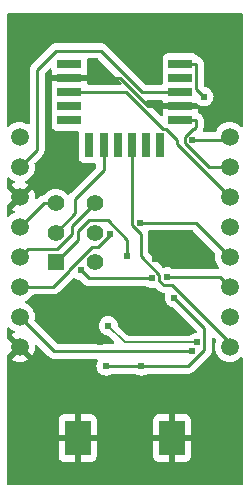
<source format=gbl>
G04 #@! TF.GenerationSoftware,KiCad,Pcbnew,(6.0.7-1)-1*
G04 #@! TF.CreationDate,2022-09-24T13:58:25+09:00*
G04 #@! TF.ProjectId,EB-BM71,45422d42-4d37-4312-9e6b-696361645f70,V1.0*
G04 #@! TF.SameCoordinates,Original*
G04 #@! TF.FileFunction,Copper,L2,Bot*
G04 #@! TF.FilePolarity,Positive*
%FSLAX46Y46*%
G04 Gerber Fmt 4.6, Leading zero omitted, Abs format (unit mm)*
G04 Created by KiCad (PCBNEW (6.0.7-1)-1) date 2022-09-24 13:58:25*
%MOMM*%
%LPD*%
G01*
G04 APERTURE LIST*
G04 #@! TA.AperFunction,ComponentPad*
%ADD10C,1.500000*%
G04 #@! TD*
G04 #@! TA.AperFunction,ComponentPad*
%ADD11R,2.200000X3.000000*%
G04 #@! TD*
G04 #@! TA.AperFunction,ComponentPad*
%ADD12R,2.000000X0.800000*%
G04 #@! TD*
G04 #@! TA.AperFunction,ComponentPad*
%ADD13R,0.800000X2.000000*%
G04 #@! TD*
G04 #@! TA.AperFunction,ComponentPad*
%ADD14R,1.400000X1.400000*%
G04 #@! TD*
G04 #@! TA.AperFunction,ComponentPad*
%ADD15C,1.400000*%
G04 #@! TD*
G04 #@! TA.AperFunction,ViaPad*
%ADD16C,0.609600*%
G04 #@! TD*
G04 #@! TA.AperFunction,Conductor*
%ADD17C,0.254000*%
G04 #@! TD*
G04 #@! TA.AperFunction,Conductor*
%ADD18C,0.152400*%
G04 #@! TD*
G04 APERTURE END LIST*
D10*
X8890000Y0D03*
X8890000Y-2540000D03*
X8890000Y-5080000D03*
X8890000Y-7620000D03*
X8890000Y-10160000D03*
X8890000Y-12700000D03*
X8890000Y-15240000D03*
X8890000Y-17780000D03*
D11*
X4000000Y-25500000D03*
X-4000000Y-25500000D03*
D12*
X-4700000Y6200000D03*
X-4700000Y5000000D03*
X-4700000Y3800000D03*
X-4700000Y2600000D03*
X-4700000Y1400000D03*
D13*
X-3000000Y-700000D03*
X-1800000Y-700000D03*
X-600000Y-700000D03*
X600000Y-700000D03*
X1800000Y-700000D03*
X3000000Y-700000D03*
D12*
X4700000Y1400000D03*
X4700000Y2600000D03*
X4700000Y3800000D03*
X4700000Y5000000D03*
X4700000Y6200000D03*
D10*
X-8890000Y0D03*
X-8890000Y-2540000D03*
X-8890000Y-5080000D03*
X-8890000Y-7620000D03*
X-8890000Y-10160000D03*
X-8890000Y-12700000D03*
X-8890000Y-15240000D03*
X-8890000Y-17780000D03*
D14*
X-5850000Y-10600000D03*
D15*
X-5850000Y-8100000D03*
X-5850000Y-5600000D03*
X-2550000Y-10600000D03*
X-2550000Y-8100000D03*
X-2550000Y-5600000D03*
D16*
X4185900Y-13630600D03*
X-1600000Y-19400000D03*
X1400000Y-19400000D03*
X-8000000Y-22000000D03*
X-2130500Y-17330500D03*
X-8000000Y-25000000D03*
X8000000Y9000000D03*
X-3400000Y-14100000D03*
X8000000Y-22000000D03*
X-8000000Y9000000D03*
X-9000000Y4000000D03*
X8000000Y-28000000D03*
X8000000Y-25000000D03*
X-6000000Y-14000000D03*
X2527500Y-10368200D03*
X1650900Y-13400900D03*
X6207300Y-9900400D03*
X-8000000Y-28000000D03*
X-1289000Y-8201500D03*
X6686200Y3397900D03*
X5690200Y-18160800D03*
X5723000Y-253000D03*
X1273700Y-7260300D03*
X-3753500Y-11281400D03*
X2289800Y-11976000D03*
X3560500Y-11829600D03*
X169400Y-10079200D03*
X-1400000Y-16000000D03*
X6100000Y-17400000D03*
D17*
X6741100Y-18035300D02*
X5376400Y-19400000D01*
X4185900Y-13630600D02*
X6741100Y-16185800D01*
X5376400Y-19400000D02*
X1400000Y-19400000D01*
X6741100Y-16185800D02*
X6741100Y-18035300D01*
X-1600000Y-19400000D02*
X1400000Y-19400000D01*
X4700000Y2600000D02*
X1958900Y2600000D01*
X-441100Y5000000D02*
X-4700000Y5000000D01*
X2995300Y-9900400D02*
X6207300Y-9900400D01*
X-4000000Y-22670000D02*
X-8890000Y-17780000D01*
X2527500Y-10368200D02*
X2995300Y-9900400D01*
X1958900Y2600000D02*
X-441100Y5000000D01*
X-4000000Y-25500000D02*
X-4000000Y-22670000D01*
X-5800000Y7300000D02*
X-2054100Y7300000D01*
X1445900Y3800000D02*
X4700000Y3800000D01*
X-7430600Y5669400D02*
X-5800000Y7300000D01*
X-2054100Y7300000D02*
X1445900Y3800000D01*
X-8890000Y-2540000D02*
X-7430600Y-1080600D01*
X-7430600Y-1080600D02*
X-7430600Y5669400D01*
X-6870000Y-5600000D02*
X-8890000Y-7620000D01*
X-5850000Y-5600000D02*
X-6870000Y-5600000D01*
X-4456900Y-7506900D02*
X-2550000Y-5600000D01*
X-5750700Y-9490200D02*
X-4456900Y-8196400D01*
X-8890000Y-10160000D02*
X-8220200Y-9490200D01*
X-4456900Y-8196400D02*
X-4456900Y-7506900D01*
X-8220200Y-9490200D02*
X-5750700Y-9490200D01*
X-2315400Y-9350000D02*
X-2797900Y-9350000D01*
X-4712600Y-11264700D02*
X-4712600Y-11351000D01*
X-1289000Y-8323600D02*
X-2315400Y-9350000D01*
X-6061600Y-12700000D02*
X-8890000Y-12700000D01*
X-2797900Y-9350000D02*
X-4712600Y-11264700D01*
X-4712600Y-11351000D02*
X-6061600Y-12700000D01*
X-1289000Y-8201500D02*
X-1289000Y-8323600D01*
X6030500Y6200000D02*
X6030500Y4053600D01*
X4700000Y6200000D02*
X6030500Y6200000D01*
X6030500Y4053600D02*
X6686200Y3397900D01*
X-5969200Y-18160800D02*
X5690200Y-18160800D01*
X-8890000Y-15240000D02*
X-5969200Y-18160800D01*
X5723000Y-253000D02*
X8637000Y-253000D01*
X8637000Y-253000D02*
X8890000Y0D01*
X4700000Y1400000D02*
X6030500Y1400000D01*
X5735000Y669500D02*
X5053100Y-12400D01*
X7111600Y-2540000D02*
X8890000Y-2540000D01*
X5847900Y669500D02*
X5735000Y669500D01*
X5053100Y-12400D02*
X5053100Y-481500D01*
X6030500Y1400000D02*
X6030500Y852100D01*
X5053100Y-481500D02*
X7111600Y-2540000D01*
X6030500Y852100D02*
X5847900Y669500D01*
X4406000Y-235500D02*
X4406000Y-596000D01*
X4406000Y-596000D02*
X8890000Y-5080000D01*
X84800Y3800000D02*
X3222700Y662100D01*
X3508400Y662100D02*
X4406000Y-235500D01*
X-4700000Y3800000D02*
X84800Y3800000D01*
X3222700Y662100D02*
X3508400Y662100D01*
X5990300Y-7260300D02*
X8890000Y-10160000D01*
X1273700Y-7260300D02*
X5990300Y-7260300D01*
X-3058900Y-11976000D02*
X2289800Y-11976000D01*
X8019600Y-11829600D02*
X8890000Y-12700000D01*
X-3753500Y-11281400D02*
X-3058900Y-11976000D01*
X3560500Y-11829600D02*
X8019600Y-11829600D01*
X600000Y-7485000D02*
X600000Y-2030500D01*
X3331400Y-12567700D02*
X2925100Y-12161400D01*
X1334100Y-8219100D02*
X600000Y-7485000D01*
X2925100Y-12161400D02*
X2925100Y-11677800D01*
X8890000Y-17436200D02*
X4021500Y-12567700D01*
X600000Y-700000D02*
X600000Y-2030500D01*
X4021500Y-12567700D02*
X3331400Y-12567700D01*
X1334100Y-10086800D02*
X1334100Y-8219100D01*
X8890000Y-17780000D02*
X8890000Y-17436200D01*
X2925100Y-11677800D02*
X1334100Y-10086800D01*
X-3045500Y-7068700D02*
X-1459700Y-7068700D01*
X-3960700Y-7983900D02*
X-3045500Y-7068700D01*
X-1459700Y-7068700D02*
X169400Y-8697800D01*
X-3960700Y-8710700D02*
X-3960700Y-7983900D01*
X169400Y-8697800D02*
X169400Y-10079200D01*
X-5850000Y-10600000D02*
X-3960700Y-8710700D01*
X-1800000Y-2830600D02*
X-1800000Y-700000D01*
X-5850000Y-8100000D02*
X-4199900Y-6449900D01*
X-4199900Y-6449900D02*
X-4199900Y-5230500D01*
X-4199900Y-5230500D02*
X-1800000Y-2830600D01*
D18*
X-1400000Y-16000000D02*
X0Y-17400000D01*
X0Y-17400000D02*
X6100000Y-17400000D01*
G04 #@! TA.AperFunction,Conductor*
G36*
X-9782988Y-16127253D02*
G01*
X-9776405Y-16133382D01*
X-9702038Y-16207749D01*
X-9697529Y-16210906D01*
X-9697527Y-16210908D01*
X-9622759Y-16263261D01*
X-9521654Y-16334056D01*
X-9516672Y-16336379D01*
X-9516667Y-16336382D01*
X-9388641Y-16396081D01*
X-9335356Y-16442998D01*
X-9315895Y-16511276D01*
X-9336437Y-16579236D01*
X-9388641Y-16624471D01*
X-9516417Y-16684054D01*
X-9525907Y-16689534D01*
X-9567149Y-16718411D01*
X-9575523Y-16728887D01*
X-9568455Y-16742334D01*
X-8890000Y-17420790D01*
X-7851612Y-18459177D01*
X-7839838Y-18465606D01*
X-7827824Y-18456310D01*
X-7799534Y-18415907D01*
X-7794054Y-18406417D01*
X-7705674Y-18216887D01*
X-7701928Y-18206595D01*
X-7647804Y-18004599D01*
X-7645901Y-17993804D01*
X-7627674Y-17785475D01*
X-7627674Y-17774525D01*
X-7633309Y-17710116D01*
X-7619320Y-17640511D01*
X-7569920Y-17589518D01*
X-7500794Y-17573328D01*
X-7433889Y-17597081D01*
X-7418703Y-17610030D01*
X-6474439Y-18554294D01*
X-6466875Y-18562608D01*
X-6462753Y-18569103D01*
X-6456978Y-18574526D01*
X-6412935Y-18615885D01*
X-6410093Y-18618640D01*
X-6390294Y-18638439D01*
X-6387169Y-18640863D01*
X-6387160Y-18640871D01*
X-6387074Y-18640937D01*
X-6378049Y-18648645D01*
X-6345706Y-18679017D01*
X-6338762Y-18682835D01*
X-6338760Y-18682836D01*
X-6327871Y-18688822D01*
X-6311353Y-18699673D01*
X-6295267Y-18712150D01*
X-6254534Y-18729776D01*
X-6243886Y-18734993D01*
X-6205003Y-18756369D01*
X-6197328Y-18758340D01*
X-6197322Y-18758342D01*
X-6185289Y-18761431D01*
X-6166587Y-18767834D01*
X-6147908Y-18775917D01*
X-6114072Y-18781276D01*
X-6104073Y-18782860D01*
X-6092460Y-18785265D01*
X-6049482Y-18796300D01*
X-6029135Y-18796300D01*
X-6009423Y-18797851D01*
X-5989321Y-18801035D01*
X-5981429Y-18800289D01*
X-5945144Y-18796859D01*
X-5933286Y-18796300D01*
X-2409658Y-18796300D01*
X-2341537Y-18816302D01*
X-2295044Y-18869958D01*
X-2284940Y-18940232D01*
X-2303745Y-18990553D01*
X-2333092Y-19036090D01*
X-2335501Y-19042710D01*
X-2335503Y-19042713D01*
X-2335719Y-19043307D01*
X-2395498Y-19207549D01*
X-2418366Y-19388573D01*
X-2400561Y-19570164D01*
X-2342967Y-19743299D01*
X-2339318Y-19749324D01*
X-2253061Y-19891750D01*
X-2248446Y-19899371D01*
X-2243555Y-19904436D01*
X-2243554Y-19904437D01*
X-2181387Y-19968812D01*
X-2121697Y-20030623D01*
X-2115805Y-20034478D01*
X-2115801Y-20034482D01*
X-1974915Y-20126675D01*
X-1969019Y-20130533D01*
X-1962415Y-20132989D01*
X-1962413Y-20132990D01*
X-1883510Y-20162334D01*
X-1798000Y-20194135D01*
X-1617140Y-20218267D01*
X-1610129Y-20217629D01*
X-1610125Y-20217629D01*
X-1470420Y-20204914D01*
X-1435429Y-20201729D01*
X-1428727Y-20199551D01*
X-1428725Y-20199551D01*
X-1268595Y-20147522D01*
X-1268592Y-20147521D01*
X-1261896Y-20145345D01*
X-1237048Y-20130533D01*
X-1107439Y-20053271D01*
X-1042922Y-20035500D01*
X848194Y-20035500D01*
X917187Y-20056068D01*
X1030981Y-20130533D01*
X1037585Y-20132989D01*
X1037587Y-20132990D01*
X1116490Y-20162334D01*
X1202000Y-20194135D01*
X1382860Y-20218267D01*
X1389871Y-20217629D01*
X1389875Y-20217629D01*
X1529580Y-20204914D01*
X1564571Y-20201729D01*
X1571273Y-20199551D01*
X1571275Y-20199551D01*
X1731405Y-20147522D01*
X1731408Y-20147521D01*
X1738104Y-20145345D01*
X1762952Y-20130533D01*
X1892561Y-20053271D01*
X1957078Y-20035500D01*
X5297380Y-20035500D01*
X5308614Y-20036030D01*
X5316119Y-20037708D01*
X5384412Y-20035562D01*
X5388369Y-20035500D01*
X5416383Y-20035500D01*
X5420308Y-20035004D01*
X5420309Y-20035004D01*
X5420404Y-20034992D01*
X5432249Y-20034059D01*
X5462070Y-20033122D01*
X5468682Y-20032914D01*
X5468683Y-20032914D01*
X5476605Y-20032665D01*
X5496149Y-20026987D01*
X5515512Y-20022977D01*
X5527840Y-20021420D01*
X5527842Y-20021420D01*
X5535699Y-20020427D01*
X5543063Y-20017511D01*
X5543068Y-20017510D01*
X5576956Y-20004093D01*
X5588185Y-20000248D01*
X5604865Y-19995402D01*
X5630793Y-19987869D01*
X5637620Y-19983831D01*
X5637623Y-19983830D01*
X5648306Y-19977512D01*
X5666064Y-19968812D01*
X5677615Y-19964239D01*
X5677621Y-19964235D01*
X5684988Y-19961319D01*
X5720891Y-19935234D01*
X5730810Y-19928719D01*
X5762168Y-19910174D01*
X5762172Y-19910171D01*
X5768998Y-19906134D01*
X5783382Y-19891750D01*
X5798416Y-19878909D01*
X5808473Y-19871602D01*
X5814887Y-19866942D01*
X5843178Y-19832744D01*
X5851167Y-19823965D01*
X7134577Y-18540555D01*
X7142903Y-18532978D01*
X7149403Y-18528853D01*
X7196201Y-18479018D01*
X7198955Y-18476177D01*
X7218738Y-18456394D01*
X7221229Y-18453183D01*
X7228938Y-18444156D01*
X7253889Y-18417586D01*
X7259317Y-18411806D01*
X7269122Y-18393971D01*
X7279976Y-18377447D01*
X7287591Y-18367630D01*
X7287592Y-18367629D01*
X7292449Y-18361367D01*
X7310069Y-18320650D01*
X7315292Y-18309989D01*
X7332849Y-18278053D01*
X7332851Y-18278048D01*
X7336669Y-18271103D01*
X7338639Y-18263429D01*
X7338642Y-18263422D01*
X7341732Y-18251387D01*
X7348136Y-18232682D01*
X7353067Y-18221287D01*
X7356217Y-18214008D01*
X7363160Y-18170173D01*
X7365567Y-18158551D01*
X7367244Y-18152021D01*
X7376600Y-18115582D01*
X7376600Y-18095235D01*
X7378151Y-18075524D01*
X7380095Y-18063250D01*
X7381335Y-18055421D01*
X7377159Y-18011244D01*
X7376600Y-17999386D01*
X7376600Y-17807304D01*
X7383096Y-17785182D01*
X7379070Y-17777523D01*
X7376600Y-17752696D01*
X7376600Y-17125723D01*
X7396602Y-17057602D01*
X7450258Y-17011109D01*
X7520532Y-17001005D01*
X7585112Y-17030499D01*
X7591695Y-17036628D01*
X7704133Y-17149066D01*
X7738159Y-17211378D01*
X7733094Y-17282193D01*
X7729232Y-17291412D01*
X7705206Y-17342934D01*
X7705203Y-17342942D01*
X7702880Y-17347924D01*
X7645885Y-17560629D01*
X7645406Y-17566106D01*
X7628121Y-17763677D01*
X7623966Y-17774299D01*
X7628121Y-17796323D01*
X7645885Y-17999371D01*
X7702880Y-18212076D01*
X7746415Y-18305438D01*
X7793618Y-18406666D01*
X7793621Y-18406671D01*
X7795944Y-18411653D01*
X7799100Y-18416160D01*
X7799101Y-18416162D01*
X7906192Y-18569103D01*
X7922251Y-18592038D01*
X8077962Y-18747749D01*
X8082471Y-18750906D01*
X8082473Y-18750908D01*
X8101022Y-18763896D01*
X8258346Y-18874056D01*
X8457924Y-18967120D01*
X8670629Y-19024115D01*
X8890000Y-19043307D01*
X9109371Y-19024115D01*
X9322076Y-18967120D01*
X9521654Y-18874056D01*
X9678978Y-18763896D01*
X9697527Y-18750908D01*
X9697529Y-18750906D01*
X9702038Y-18747749D01*
X9776405Y-18673382D01*
X9838717Y-18639356D01*
X9909532Y-18644421D01*
X9966368Y-18686968D01*
X9991179Y-18753488D01*
X9991500Y-18762477D01*
X9991500Y-29365500D01*
X9971498Y-29433621D01*
X9917842Y-29480114D01*
X9865500Y-29491500D01*
X-9865500Y-29491500D01*
X-9933621Y-29471498D01*
X-9980114Y-29417842D01*
X-9991500Y-29365500D01*
X-9991500Y-27044669D01*
X-5607999Y-27044669D01*
X-5607629Y-27051490D01*
X-5602105Y-27102352D01*
X-5598479Y-27117604D01*
X-5553324Y-27238054D01*
X-5544786Y-27253649D01*
X-5468285Y-27355724D01*
X-5455724Y-27368285D01*
X-5353649Y-27444786D01*
X-5338054Y-27453324D01*
X-5217606Y-27498478D01*
X-5202351Y-27502105D01*
X-5151486Y-27507631D01*
X-5144672Y-27508000D01*
X-4272115Y-27508000D01*
X-4256876Y-27503525D01*
X-4255671Y-27502135D01*
X-4254000Y-27494452D01*
X-4254000Y-27489884D01*
X-3746000Y-27489884D01*
X-3741525Y-27505123D01*
X-3740135Y-27506328D01*
X-3732452Y-27507999D01*
X-2855331Y-27507999D01*
X-2848510Y-27507629D01*
X-2797648Y-27502105D01*
X-2782396Y-27498479D01*
X-2661946Y-27453324D01*
X-2646351Y-27444786D01*
X-2544276Y-27368285D01*
X-2531715Y-27355724D01*
X-2455214Y-27253649D01*
X-2446676Y-27238054D01*
X-2401522Y-27117606D01*
X-2397895Y-27102351D01*
X-2392369Y-27051486D01*
X-2392000Y-27044672D01*
X-2392000Y-27044669D01*
X2392001Y-27044669D01*
X2392371Y-27051490D01*
X2397895Y-27102352D01*
X2401521Y-27117604D01*
X2446676Y-27238054D01*
X2455214Y-27253649D01*
X2531715Y-27355724D01*
X2544276Y-27368285D01*
X2646351Y-27444786D01*
X2661946Y-27453324D01*
X2782394Y-27498478D01*
X2797649Y-27502105D01*
X2848514Y-27507631D01*
X2855328Y-27508000D01*
X3727885Y-27508000D01*
X3743124Y-27503525D01*
X3744329Y-27502135D01*
X3746000Y-27494452D01*
X3746000Y-27489884D01*
X4254000Y-27489884D01*
X4258475Y-27505123D01*
X4259865Y-27506328D01*
X4267548Y-27507999D01*
X5144669Y-27507999D01*
X5151490Y-27507629D01*
X5202352Y-27502105D01*
X5217604Y-27498479D01*
X5338054Y-27453324D01*
X5353649Y-27444786D01*
X5455724Y-27368285D01*
X5468285Y-27355724D01*
X5544786Y-27253649D01*
X5553324Y-27238054D01*
X5598478Y-27117606D01*
X5602105Y-27102351D01*
X5607631Y-27051486D01*
X5608000Y-27044672D01*
X5608000Y-25772115D01*
X5603525Y-25756876D01*
X5602135Y-25755671D01*
X5594452Y-25754000D01*
X4272115Y-25754000D01*
X4256876Y-25758475D01*
X4255671Y-25759865D01*
X4254000Y-25767548D01*
X4254000Y-27489884D01*
X3746000Y-27489884D01*
X3746000Y-25772115D01*
X3741525Y-25756876D01*
X3740135Y-25755671D01*
X3732452Y-25754000D01*
X2410116Y-25754000D01*
X2394877Y-25758475D01*
X2393672Y-25759865D01*
X2392001Y-25767548D01*
X2392001Y-27044669D01*
X-2392000Y-27044669D01*
X-2392000Y-25772115D01*
X-2396475Y-25756876D01*
X-2397865Y-25755671D01*
X-2405548Y-25754000D01*
X-3727885Y-25754000D01*
X-3743124Y-25758475D01*
X-3744329Y-25759865D01*
X-3746000Y-25767548D01*
X-3746000Y-27489884D01*
X-4254000Y-27489884D01*
X-4254000Y-25772115D01*
X-4258475Y-25756876D01*
X-4259865Y-25755671D01*
X-4267548Y-25754000D01*
X-5589884Y-25754000D01*
X-5605123Y-25758475D01*
X-5606328Y-25759865D01*
X-5607999Y-25767548D01*
X-5607999Y-27044669D01*
X-9991500Y-27044669D01*
X-9991500Y-25227885D01*
X-5608000Y-25227885D01*
X-5603525Y-25243124D01*
X-5602135Y-25244329D01*
X-5594452Y-25246000D01*
X-4272115Y-25246000D01*
X-4256876Y-25241525D01*
X-4255671Y-25240135D01*
X-4254000Y-25232452D01*
X-4254000Y-25227885D01*
X-3746000Y-25227885D01*
X-3741525Y-25243124D01*
X-3740135Y-25244329D01*
X-3732452Y-25246000D01*
X-2410116Y-25246000D01*
X-2394877Y-25241525D01*
X-2393672Y-25240135D01*
X-2392001Y-25232452D01*
X-2392001Y-25227885D01*
X2392000Y-25227885D01*
X2396475Y-25243124D01*
X2397865Y-25244329D01*
X2405548Y-25246000D01*
X3727885Y-25246000D01*
X3743124Y-25241525D01*
X3744329Y-25240135D01*
X3746000Y-25232452D01*
X3746000Y-25227885D01*
X4254000Y-25227885D01*
X4258475Y-25243124D01*
X4259865Y-25244329D01*
X4267548Y-25246000D01*
X5589884Y-25246000D01*
X5605123Y-25241525D01*
X5606328Y-25240135D01*
X5607999Y-25232452D01*
X5607999Y-23955331D01*
X5607629Y-23948510D01*
X5602105Y-23897648D01*
X5598479Y-23882396D01*
X5553324Y-23761946D01*
X5544786Y-23746351D01*
X5468285Y-23644276D01*
X5455724Y-23631715D01*
X5353649Y-23555214D01*
X5338054Y-23546676D01*
X5217606Y-23501522D01*
X5202351Y-23497895D01*
X5151486Y-23492369D01*
X5144672Y-23492000D01*
X4272115Y-23492000D01*
X4256876Y-23496475D01*
X4255671Y-23497865D01*
X4254000Y-23505548D01*
X4254000Y-25227885D01*
X3746000Y-25227885D01*
X3746000Y-23510116D01*
X3741525Y-23494877D01*
X3740135Y-23493672D01*
X3732452Y-23492001D01*
X2855331Y-23492001D01*
X2848510Y-23492371D01*
X2797648Y-23497895D01*
X2782396Y-23501521D01*
X2661946Y-23546676D01*
X2646351Y-23555214D01*
X2544276Y-23631715D01*
X2531715Y-23644276D01*
X2455214Y-23746351D01*
X2446676Y-23761946D01*
X2401522Y-23882394D01*
X2397895Y-23897649D01*
X2392369Y-23948514D01*
X2392000Y-23955328D01*
X2392000Y-25227885D01*
X-2392001Y-25227885D01*
X-2392001Y-23955331D01*
X-2392371Y-23948510D01*
X-2397895Y-23897648D01*
X-2401521Y-23882396D01*
X-2446676Y-23761946D01*
X-2455214Y-23746351D01*
X-2531715Y-23644276D01*
X-2544276Y-23631715D01*
X-2646351Y-23555214D01*
X-2661946Y-23546676D01*
X-2782394Y-23501522D01*
X-2797649Y-23497895D01*
X-2848514Y-23492369D01*
X-2855328Y-23492000D01*
X-3727885Y-23492000D01*
X-3743124Y-23496475D01*
X-3744329Y-23497865D01*
X-3746000Y-23505548D01*
X-3746000Y-25227885D01*
X-4254000Y-25227885D01*
X-4254000Y-23510116D01*
X-4258475Y-23494877D01*
X-4259865Y-23493672D01*
X-4267548Y-23492001D01*
X-5144669Y-23492001D01*
X-5151490Y-23492371D01*
X-5202352Y-23497895D01*
X-5217604Y-23501521D01*
X-5338054Y-23546676D01*
X-5353649Y-23555214D01*
X-5455724Y-23631715D01*
X-5468285Y-23644276D01*
X-5544786Y-23746351D01*
X-5553324Y-23761946D01*
X-5598478Y-23882394D01*
X-5602105Y-23897649D01*
X-5607631Y-23948514D01*
X-5608000Y-23955328D01*
X-5608000Y-25227885D01*
X-9991500Y-25227885D01*
X-9991500Y-18830161D01*
X-9575607Y-18830161D01*
X-9566313Y-18842175D01*
X-9525912Y-18870464D01*
X-9516416Y-18875947D01*
X-9326887Y-18964326D01*
X-9316595Y-18968072D01*
X-9114599Y-19022196D01*
X-9103804Y-19024099D01*
X-8895475Y-19042326D01*
X-8884525Y-19042326D01*
X-8676196Y-19024099D01*
X-8665401Y-19022196D01*
X-8463405Y-18968072D01*
X-8453113Y-18964326D01*
X-8263584Y-18875947D01*
X-8254088Y-18870464D01*
X-8212852Y-18841590D01*
X-8204477Y-18831112D01*
X-8211543Y-18817668D01*
X-8877189Y-18152021D01*
X-8891132Y-18144408D01*
X-8892966Y-18144539D01*
X-8899580Y-18148790D01*
X-9569180Y-18818391D01*
X-9575607Y-18830161D01*
X-9991500Y-18830161D01*
X-9991500Y-18568125D01*
X-9971498Y-18500004D01*
X-9941067Y-18472120D01*
X-9941199Y-18471988D01*
X-9262021Y-17792811D01*
X-9254408Y-17778868D01*
X-9254539Y-17777034D01*
X-9258790Y-17770420D01*
X-9941199Y-17088012D01*
X-9940631Y-17087444D01*
X-9976088Y-17051985D01*
X-9991500Y-16991601D01*
X-9991500Y-16222477D01*
X-9971498Y-16154356D01*
X-9917842Y-16107863D01*
X-9847568Y-16097759D01*
X-9782988Y-16127253D01*
G37*
G04 #@! TD.AperFunction*
G04 #@! TA.AperFunction,Conductor*
G36*
X-4274736Y-11916034D02*
G01*
X-4249783Y-11928653D01*
X-4122519Y-12011933D01*
X-4115915Y-12014389D01*
X-4115913Y-12014390D01*
X-4080406Y-12027595D01*
X-3951500Y-12075535D01*
X-3944515Y-12076467D01*
X-3944511Y-12076468D01*
X-3906336Y-12081561D01*
X-3885989Y-12084276D01*
X-3821113Y-12113112D01*
X-3813559Y-12120074D01*
X-3564150Y-12369483D01*
X-3556574Y-12377809D01*
X-3552453Y-12384303D01*
X-3546678Y-12389726D01*
X-3502635Y-12431085D01*
X-3499793Y-12433840D01*
X-3479994Y-12453639D01*
X-3476869Y-12456063D01*
X-3476860Y-12456071D01*
X-3476774Y-12456137D01*
X-3467749Y-12463845D01*
X-3435406Y-12494217D01*
X-3428462Y-12498035D01*
X-3428460Y-12498036D01*
X-3417571Y-12504022D01*
X-3401053Y-12514873D01*
X-3384967Y-12527350D01*
X-3344234Y-12544976D01*
X-3333586Y-12550193D01*
X-3294703Y-12571569D01*
X-3287028Y-12573540D01*
X-3287022Y-12573542D01*
X-3274989Y-12576631D01*
X-3256287Y-12583034D01*
X-3237608Y-12591117D01*
X-3203772Y-12596476D01*
X-3193773Y-12598060D01*
X-3182160Y-12600465D01*
X-3139182Y-12611500D01*
X-3118835Y-12611500D01*
X-3099123Y-12613051D01*
X-3079021Y-12616235D01*
X-3071129Y-12615489D01*
X-3034844Y-12612059D01*
X-3022986Y-12611500D01*
X1737994Y-12611500D01*
X1806987Y-12632068D01*
X1910798Y-12700000D01*
X1920781Y-12706533D01*
X1927385Y-12708989D01*
X1927387Y-12708990D01*
X2006291Y-12738334D01*
X2091800Y-12770135D01*
X2272660Y-12794267D01*
X2279671Y-12793629D01*
X2279675Y-12793629D01*
X2419380Y-12780914D01*
X2454371Y-12777729D01*
X2461071Y-12775552D01*
X2461076Y-12775551D01*
X2523078Y-12755405D01*
X2594046Y-12753378D01*
X2651109Y-12786142D01*
X2826154Y-12961186D01*
X2833726Y-12969508D01*
X2837847Y-12976003D01*
X2843625Y-12981428D01*
X2843625Y-12981429D01*
X2887666Y-13022786D01*
X2890508Y-13025541D01*
X2910306Y-13045339D01*
X2913431Y-13047763D01*
X2913440Y-13047771D01*
X2913526Y-13047837D01*
X2922551Y-13055545D01*
X2954894Y-13085917D01*
X2961838Y-13089735D01*
X2961840Y-13089736D01*
X2972729Y-13095722D01*
X2989247Y-13106573D01*
X3005333Y-13119050D01*
X3046066Y-13136676D01*
X3056714Y-13141893D01*
X3095597Y-13163269D01*
X3103272Y-13165240D01*
X3103278Y-13165242D01*
X3115311Y-13168331D01*
X3134013Y-13174734D01*
X3152692Y-13182817D01*
X3186528Y-13188176D01*
X3196527Y-13189760D01*
X3208140Y-13192165D01*
X3251118Y-13203200D01*
X3271465Y-13203200D01*
X3291176Y-13204751D01*
X3311279Y-13207935D01*
X3310868Y-13210527D01*
X3366199Y-13228685D01*
X3410979Y-13283778D01*
X3418865Y-13354335D01*
X3413175Y-13375579D01*
X3408207Y-13389229D01*
X3390402Y-13438149D01*
X3367534Y-13619173D01*
X3368221Y-13626180D01*
X3368221Y-13626183D01*
X3373741Y-13682477D01*
X3385339Y-13800764D01*
X3442933Y-13973899D01*
X3537454Y-14129971D01*
X3664203Y-14261223D01*
X3670095Y-14265078D01*
X3670099Y-14265082D01*
X3810985Y-14357275D01*
X3816881Y-14361133D01*
X3823485Y-14363589D01*
X3823487Y-14363590D01*
X3869344Y-14380644D01*
X3987900Y-14424735D01*
X3994885Y-14425667D01*
X3994889Y-14425668D01*
X4030551Y-14430426D01*
X4053412Y-14433476D01*
X4118288Y-14462311D01*
X4125842Y-14469274D01*
X6038754Y-16382186D01*
X6072780Y-16444498D01*
X6067715Y-16515313D01*
X6025168Y-16572149D01*
X5962831Y-16596591D01*
X5943814Y-16598590D01*
X5924251Y-16600646D01*
X5917583Y-16602916D01*
X5758190Y-16657178D01*
X5758187Y-16657179D01*
X5751523Y-16659448D01*
X5703323Y-16689101D01*
X5602113Y-16751365D01*
X5602111Y-16751367D01*
X5596114Y-16755056D01*
X5591083Y-16759982D01*
X5591080Y-16759985D01*
X5571332Y-16779324D01*
X5508667Y-16812694D01*
X5483175Y-16815300D01*
X294380Y-16815300D01*
X226259Y-16795298D01*
X205285Y-16778395D01*
X-551419Y-16021691D01*
X-585445Y-15959379D01*
X-587539Y-15946641D01*
X-601108Y-15825674D01*
X-601893Y-15818675D01*
X-661899Y-15646361D01*
X-758589Y-15491624D01*
X-823153Y-15426608D01*
X-882196Y-15367151D01*
X-882200Y-15367148D01*
X-887159Y-15362154D01*
X-898343Y-15355056D01*
X-946549Y-15324464D01*
X-1041217Y-15264386D01*
X-1147910Y-15226394D01*
X-1206473Y-15205540D01*
X-1206475Y-15205539D01*
X-1213107Y-15203178D01*
X-1220093Y-15202345D01*
X-1220097Y-15202344D01*
X-1349674Y-15186894D01*
X-1394286Y-15181574D01*
X-1401289Y-15182310D01*
X-1401290Y-15182310D01*
X-1447525Y-15187170D01*
X-1575749Y-15200646D01*
X-1582417Y-15202916D01*
X-1741810Y-15257178D01*
X-1741813Y-15257179D01*
X-1748477Y-15259448D01*
X-1903886Y-15355056D01*
X-1908919Y-15359985D01*
X-2015835Y-15464685D01*
X-2034250Y-15482718D01*
X-2133092Y-15636090D01*
X-2135501Y-15642710D01*
X-2135503Y-15642713D01*
X-2193090Y-15800932D01*
X-2195498Y-15807549D01*
X-2218366Y-15988573D01*
X-2200561Y-16170164D01*
X-2142967Y-16343299D01*
X-2139318Y-16349324D01*
X-2057685Y-16484115D01*
X-2048446Y-16499371D01*
X-2043555Y-16504436D01*
X-2043554Y-16504437D01*
X-2033051Y-16515313D01*
X-1921697Y-16630623D01*
X-1915805Y-16634478D01*
X-1915801Y-16634482D01*
X-1774915Y-16726675D01*
X-1769019Y-16730533D01*
X-1762415Y-16732989D01*
X-1762413Y-16732990D01*
X-1713004Y-16751365D01*
X-1598000Y-16794135D01*
X-1591015Y-16795067D01*
X-1449585Y-16813938D01*
X-1384708Y-16842774D01*
X-1377154Y-16849736D01*
X-916685Y-17310205D01*
X-882659Y-17372517D01*
X-887724Y-17443332D01*
X-930271Y-17500168D01*
X-996791Y-17524979D01*
X-1005780Y-17525300D01*
X-5653778Y-17525300D01*
X-5721899Y-17505298D01*
X-5742873Y-17488395D01*
X-7621075Y-15610193D01*
X-7655101Y-15547881D01*
X-7653687Y-15488488D01*
X-7647309Y-15464685D01*
X-7645885Y-15459371D01*
X-7626693Y-15240000D01*
X-7645885Y-15020629D01*
X-7702880Y-14807924D01*
X-7746415Y-14714562D01*
X-7793618Y-14613334D01*
X-7793621Y-14613329D01*
X-7795944Y-14608347D01*
X-7893324Y-14469274D01*
X-7919092Y-14432473D01*
X-7919094Y-14432470D01*
X-7922251Y-14427962D01*
X-8077962Y-14272251D01*
X-8093711Y-14261223D01*
X-8157241Y-14216739D01*
X-8258346Y-14145944D01*
X-8263328Y-14143621D01*
X-8263333Y-14143618D01*
X-8390768Y-14084195D01*
X-8444053Y-14037278D01*
X-8463514Y-13969001D01*
X-8442972Y-13901041D01*
X-8390768Y-13855805D01*
X-8263333Y-13796382D01*
X-8263328Y-13796379D01*
X-8258346Y-13794056D01*
X-8157241Y-13723261D01*
X-8082473Y-13670908D01*
X-8082471Y-13670906D01*
X-8077962Y-13667749D01*
X-7922251Y-13512038D01*
X-7836259Y-13389229D01*
X-7780802Y-13344901D01*
X-7733046Y-13335500D01*
X-6140620Y-13335500D01*
X-6129386Y-13336030D01*
X-6121881Y-13337708D01*
X-6053588Y-13335562D01*
X-6049631Y-13335500D01*
X-6021617Y-13335500D01*
X-6017692Y-13335004D01*
X-6017691Y-13335004D01*
X-6017596Y-13334992D01*
X-6005751Y-13334059D01*
X-5975930Y-13333122D01*
X-5969318Y-13332914D01*
X-5969317Y-13332914D01*
X-5961395Y-13332665D01*
X-5941851Y-13326987D01*
X-5922488Y-13322977D01*
X-5910160Y-13321420D01*
X-5910158Y-13321420D01*
X-5902301Y-13320427D01*
X-5894937Y-13317511D01*
X-5894932Y-13317510D01*
X-5861044Y-13304093D01*
X-5849815Y-13300248D01*
X-5833135Y-13295402D01*
X-5807207Y-13287869D01*
X-5800380Y-13283831D01*
X-5800377Y-13283830D01*
X-5789694Y-13277512D01*
X-5771936Y-13268812D01*
X-5760385Y-13264239D01*
X-5760379Y-13264235D01*
X-5753012Y-13261319D01*
X-5717109Y-13235234D01*
X-5707190Y-13228719D01*
X-5675832Y-13210174D01*
X-5675828Y-13210171D01*
X-5669002Y-13206134D01*
X-5654618Y-13191750D01*
X-5639584Y-13178909D01*
X-5629527Y-13171602D01*
X-5623113Y-13166942D01*
X-5594822Y-13132744D01*
X-5586833Y-13123965D01*
X-4407863Y-11944995D01*
X-4345551Y-11910969D01*
X-4274736Y-11916034D01*
G37*
G04 #@! TD.AperFunction*
G04 #@! TA.AperFunction,Conductor*
G36*
X5742999Y-7915802D02*
G01*
X5763973Y-7932705D01*
X7621075Y-9789807D01*
X7655101Y-9852119D01*
X7653687Y-9911512D01*
X7645885Y-9940629D01*
X7626693Y-10160000D01*
X7645885Y-10379371D01*
X7702880Y-10592076D01*
X7709128Y-10605475D01*
X7793618Y-10786666D01*
X7793621Y-10786671D01*
X7795944Y-10791653D01*
X7799100Y-10796160D01*
X7799101Y-10796162D01*
X7870036Y-10897467D01*
X7922251Y-10972038D01*
X7929218Y-10979005D01*
X7963244Y-11041317D01*
X7958179Y-11112132D01*
X7915632Y-11168968D01*
X7849112Y-11193779D01*
X7840123Y-11194100D01*
X4113643Y-11194100D01*
X4046129Y-11174485D01*
X4025274Y-11161250D01*
X3919283Y-11093986D01*
X3788043Y-11047253D01*
X3754027Y-11035140D01*
X3754025Y-11035139D01*
X3747393Y-11032778D01*
X3740407Y-11031945D01*
X3740403Y-11031944D01*
X3597545Y-11014910D01*
X3566214Y-11011174D01*
X3559211Y-11011910D01*
X3559210Y-11011910D01*
X3530667Y-11014910D01*
X3384751Y-11030246D01*
X3378080Y-11032517D01*
X3303466Y-11057917D01*
X3232534Y-11060935D01*
X3173766Y-11027734D01*
X2006505Y-9860472D01*
X1972479Y-9798160D01*
X1969600Y-9771377D01*
X1969600Y-8298120D01*
X1970130Y-8286886D01*
X1971808Y-8279381D01*
X1969662Y-8211088D01*
X1969600Y-8207131D01*
X1969600Y-8179117D01*
X1969092Y-8175096D01*
X1968158Y-8163244D01*
X1967014Y-8126818D01*
X1967014Y-8126817D01*
X1966765Y-8118895D01*
X1961087Y-8099351D01*
X1957077Y-8079988D01*
X1955520Y-8067665D01*
X1954527Y-8059801D01*
X1951798Y-8052908D01*
X1954221Y-7982182D01*
X1994628Y-7923806D01*
X2060181Y-7896542D01*
X2073831Y-7895800D01*
X5674878Y-7895800D01*
X5742999Y-7915802D01*
G37*
G04 #@! TD.AperFunction*
G04 #@! TA.AperFunction,Conductor*
G36*
X-2301401Y6644498D02*
G01*
X-2280427Y6627595D01*
X-303427Y4650595D01*
X-269401Y4588283D01*
X-274466Y4517468D01*
X-317013Y4460632D01*
X-383533Y4435821D01*
X-392522Y4435500D01*
X-3066000Y4435500D01*
X-3134121Y4455502D01*
X-3180614Y4509158D01*
X-3192000Y4561500D01*
X-3192000Y4727885D01*
X-3196475Y4743124D01*
X-3197865Y4744329D01*
X-3205548Y4746000D01*
X-6189884Y4746000D01*
X-6205123Y4741525D01*
X-6206328Y4740135D01*
X-6207999Y4732452D01*
X-6207999Y4555331D01*
X-6207629Y4548510D01*
X-6202105Y4497648D01*
X-6198479Y4482396D01*
X-6184438Y4444942D01*
X-6179255Y4374135D01*
X-6184438Y4356484D01*
X-6201745Y4310316D01*
X-6208500Y4248134D01*
X-6208500Y3351866D01*
X-6201745Y3289684D01*
X-6198973Y3282291D01*
X-6198973Y3282289D01*
X-6184705Y3244229D01*
X-6179522Y3173422D01*
X-6184705Y3155771D01*
X-6198973Y3117711D01*
X-6201745Y3110316D01*
X-6208500Y3048134D01*
X-6208500Y2151866D01*
X-6201745Y2089684D01*
X-6198973Y2082291D01*
X-6198973Y2082289D01*
X-6184705Y2044229D01*
X-6179522Y1973422D01*
X-6184705Y1955771D01*
X-6198973Y1917711D01*
X-6201745Y1910316D01*
X-6202598Y1902468D01*
X-6202598Y1902466D01*
X-6205078Y1879636D01*
X-6208500Y1848134D01*
X-6208500Y951866D01*
X-6201745Y889684D01*
X-6150615Y753295D01*
X-6063261Y636739D01*
X-5946705Y549385D01*
X-5810316Y498255D01*
X-5748134Y491500D01*
X-4033355Y491500D01*
X-3965234Y471498D01*
X-3918741Y417842D01*
X-3908586Y354963D01*
X-3907947Y354928D01*
X-3908106Y351993D01*
X-3908091Y351900D01*
X-3908500Y348134D01*
X-3908500Y-1748134D01*
X-3901745Y-1810316D01*
X-3850615Y-1946705D01*
X-3763261Y-2063261D01*
X-3646705Y-2150615D01*
X-3510316Y-2201745D01*
X-3448134Y-2208500D01*
X-2561500Y-2208500D01*
X-2493379Y-2228502D01*
X-2446886Y-2282158D01*
X-2435500Y-2334500D01*
X-2435500Y-2515177D01*
X-2455502Y-2583298D01*
X-2472405Y-2604272D01*
X-4593383Y-4725250D01*
X-4601709Y-4732826D01*
X-4608203Y-4736947D01*
X-4613626Y-4742722D01*
X-4654985Y-4786765D01*
X-4657740Y-4789607D01*
X-4677539Y-4809406D01*
X-4679963Y-4812531D01*
X-4679971Y-4812540D01*
X-4680037Y-4812626D01*
X-4687743Y-4821649D01*
X-4714487Y-4850129D01*
X-4775698Y-4886094D01*
X-4846638Y-4883257D01*
X-4904783Y-4842517D01*
X-4909549Y-4836148D01*
X-4912795Y-4831512D01*
X-4920699Y-4820224D01*
X-5070224Y-4670699D01*
X-5243442Y-4549411D01*
X-5248420Y-4547090D01*
X-5248423Y-4547088D01*
X-5430108Y-4462367D01*
X-5430109Y-4462366D01*
X-5435090Y-4460044D01*
X-5440398Y-4458622D01*
X-5440400Y-4458621D01*
X-5634030Y-4406738D01*
X-5634032Y-4406738D01*
X-5639345Y-4405314D01*
X-5850000Y-4386884D01*
X-6060655Y-4405314D01*
X-6065968Y-4406738D01*
X-6065970Y-4406738D01*
X-6259600Y-4458621D01*
X-6259602Y-4458622D01*
X-6264910Y-4460044D01*
X-6269891Y-4462366D01*
X-6269892Y-4462367D01*
X-6451577Y-4547088D01*
X-6451580Y-4547090D01*
X-6456558Y-4549411D01*
X-6629776Y-4670699D01*
X-6779301Y-4820224D01*
X-6782459Y-4824734D01*
X-6782464Y-4824740D01*
X-6844142Y-4912826D01*
X-6899599Y-4957155D01*
X-6943397Y-4966494D01*
X-6970205Y-4967336D01*
X-6977822Y-4969549D01*
X-6989747Y-4973013D01*
X-7009106Y-4977022D01*
X-7010367Y-4977181D01*
X-7029299Y-4979573D01*
X-7036663Y-4982489D01*
X-7036668Y-4982490D01*
X-7058579Y-4991166D01*
X-7070572Y-4995914D01*
X-7081776Y-4999751D01*
X-7124393Y-5012132D01*
X-7141906Y-5022489D01*
X-7159657Y-5031185D01*
X-7171215Y-5035761D01*
X-7171220Y-5035764D01*
X-7178588Y-5038681D01*
X-7185003Y-5043342D01*
X-7214493Y-5064767D01*
X-7224415Y-5071284D01*
X-7255772Y-5089828D01*
X-7255775Y-5089830D01*
X-7262599Y-5093866D01*
X-7276986Y-5108253D01*
X-7292020Y-5121094D01*
X-7308487Y-5133058D01*
X-7313540Y-5139166D01*
X-7336772Y-5167249D01*
X-7344762Y-5176029D01*
X-7418693Y-5249960D01*
X-7481005Y-5283986D01*
X-7551820Y-5278921D01*
X-7608656Y-5236374D01*
X-7633467Y-5169854D01*
X-7633309Y-5149883D01*
X-7627674Y-5085475D01*
X-7627674Y-5074525D01*
X-7645901Y-4866196D01*
X-7647804Y-4855401D01*
X-7701928Y-4653405D01*
X-7705674Y-4643113D01*
X-7794054Y-4453583D01*
X-7799534Y-4444093D01*
X-7828411Y-4402851D01*
X-7838887Y-4394477D01*
X-7852334Y-4401545D01*
X-8530790Y-5080000D01*
X-8890000Y-5439210D01*
X-9569177Y-6118388D01*
X-9575606Y-6130162D01*
X-9566310Y-6142176D01*
X-9525912Y-6170464D01*
X-9516416Y-6175947D01*
X-9388641Y-6235529D01*
X-9335356Y-6282446D01*
X-9315895Y-6350724D01*
X-9336437Y-6418684D01*
X-9388641Y-6463919D01*
X-9516666Y-6523618D01*
X-9516671Y-6523621D01*
X-9521653Y-6525944D01*
X-9526160Y-6529100D01*
X-9526162Y-6529101D01*
X-9697527Y-6649092D01*
X-9697530Y-6649094D01*
X-9702038Y-6652251D01*
X-9776405Y-6726618D01*
X-9838717Y-6760644D01*
X-9909532Y-6755579D01*
X-9966368Y-6713032D01*
X-9991179Y-6646512D01*
X-9991500Y-6637523D01*
X-9991500Y-5868125D01*
X-9971498Y-5800004D01*
X-9941067Y-5772120D01*
X-9941199Y-5771988D01*
X-9262021Y-5092811D01*
X-9254408Y-5078868D01*
X-9254539Y-5077034D01*
X-9258790Y-5070420D01*
X-9941199Y-4388012D01*
X-9940631Y-4387444D01*
X-9976088Y-4351985D01*
X-9991500Y-4291601D01*
X-9991500Y-3522477D01*
X-9971498Y-3454356D01*
X-9917842Y-3407863D01*
X-9847568Y-3397759D01*
X-9782988Y-3427253D01*
X-9776405Y-3433382D01*
X-9702038Y-3507749D01*
X-9697529Y-3510906D01*
X-9697527Y-3510908D01*
X-9622759Y-3563261D01*
X-9521654Y-3634056D01*
X-9516672Y-3636379D01*
X-9516667Y-3636382D01*
X-9388641Y-3696081D01*
X-9335356Y-3742998D01*
X-9315895Y-3811276D01*
X-9336437Y-3879236D01*
X-9388641Y-3924471D01*
X-9516417Y-3984054D01*
X-9525907Y-3989534D01*
X-9567149Y-4018411D01*
X-9575523Y-4028887D01*
X-9568455Y-4042334D01*
X-8902811Y-4707979D01*
X-8888868Y-4715592D01*
X-8887034Y-4715461D01*
X-8880420Y-4711210D01*
X-8210820Y-4041609D01*
X-8204393Y-4029839D01*
X-8213687Y-4017825D01*
X-8254088Y-3989536D01*
X-8263584Y-3984053D01*
X-8391359Y-3924471D01*
X-8444644Y-3877554D01*
X-8464105Y-3809276D01*
X-8443563Y-3741316D01*
X-8391359Y-3696081D01*
X-8263333Y-3636382D01*
X-8263328Y-3636379D01*
X-8258346Y-3634056D01*
X-8157241Y-3563261D01*
X-8082473Y-3510908D01*
X-8082471Y-3510906D01*
X-8077962Y-3507749D01*
X-7922251Y-3352038D01*
X-7906523Y-3329577D01*
X-7799101Y-3176162D01*
X-7799100Y-3176160D01*
X-7795944Y-3171653D01*
X-7793621Y-3166671D01*
X-7793618Y-3166666D01*
X-7733195Y-3037086D01*
X-7702880Y-2972076D01*
X-7645885Y-2759371D01*
X-7626693Y-2540000D01*
X-7645885Y-2320629D01*
X-7653687Y-2291512D01*
X-7651997Y-2220535D01*
X-7621075Y-2169807D01*
X-7037123Y-1585855D01*
X-7028797Y-1578278D01*
X-7022297Y-1574153D01*
X-7015121Y-1566512D01*
X-6975500Y-1524319D01*
X-6972745Y-1521477D01*
X-6952962Y-1501694D01*
X-6950471Y-1498483D01*
X-6942762Y-1489456D01*
X-6917811Y-1462886D01*
X-6912383Y-1457106D01*
X-6902578Y-1439271D01*
X-6891724Y-1422747D01*
X-6884109Y-1412930D01*
X-6884108Y-1412929D01*
X-6879251Y-1406667D01*
X-6861631Y-1365950D01*
X-6856408Y-1355289D01*
X-6838851Y-1323353D01*
X-6838849Y-1323348D01*
X-6835031Y-1316403D01*
X-6833061Y-1308729D01*
X-6833058Y-1308722D01*
X-6829968Y-1296687D01*
X-6823564Y-1277982D01*
X-6818633Y-1266587D01*
X-6815483Y-1259308D01*
X-6808540Y-1215473D01*
X-6806133Y-1203851D01*
X-6805843Y-1202722D01*
X-6795100Y-1160882D01*
X-6795100Y-1140535D01*
X-6793549Y-1120824D01*
X-6791605Y-1108550D01*
X-6790365Y-1100721D01*
X-6794541Y-1056544D01*
X-6795100Y-1044686D01*
X-6795100Y5353978D01*
X-6775098Y5422099D01*
X-6758195Y5443073D01*
X-6418062Y5783206D01*
X-6355750Y5817232D01*
X-6284935Y5812167D01*
X-6228099Y5769620D01*
X-6203704Y5707717D01*
X-6202599Y5697541D01*
X-6202598Y5697537D01*
X-6201745Y5689684D01*
X-6198971Y5682285D01*
X-6184438Y5643518D01*
X-6179255Y5572711D01*
X-6184438Y5555058D01*
X-6198478Y5517606D01*
X-6202105Y5502351D01*
X-6207631Y5451486D01*
X-6208000Y5444672D01*
X-6208000Y5272115D01*
X-6203525Y5256876D01*
X-6202135Y5255671D01*
X-6194452Y5254000D01*
X-3210116Y5254000D01*
X-3194877Y5258475D01*
X-3193672Y5259865D01*
X-3192001Y5267548D01*
X-3192001Y5444669D01*
X-3192371Y5451490D01*
X-3197895Y5502352D01*
X-3201521Y5517604D01*
X-3215562Y5555058D01*
X-3220745Y5625865D01*
X-3215562Y5643518D01*
X-3201029Y5682285D01*
X-3198255Y5689684D01*
X-3191500Y5751866D01*
X-3191500Y6538500D01*
X-3171498Y6606621D01*
X-3117842Y6653114D01*
X-3065500Y6664500D01*
X-2369522Y6664500D01*
X-2301401Y6644498D01*
G37*
G04 #@! TD.AperFunction*
G04 #@! TA.AperFunction,Conductor*
G36*
X9933621Y10471498D02*
G01*
X9980114Y10417842D01*
X9991500Y10365500D01*
X9991500Y982477D01*
X9971498Y914356D01*
X9917842Y867863D01*
X9847568Y857759D01*
X9782988Y887253D01*
X9776405Y893382D01*
X9702038Y967749D01*
X9681005Y982477D01*
X9622282Y1023595D01*
X9521654Y1094056D01*
X9322076Y1187120D01*
X9109371Y1244115D01*
X8890000Y1263307D01*
X8670629Y1244115D01*
X8457924Y1187120D01*
X8364562Y1143585D01*
X8263334Y1096382D01*
X8263329Y1096379D01*
X8258347Y1094056D01*
X8253840Y1090900D01*
X8253838Y1090899D01*
X8082473Y970908D01*
X8082470Y970906D01*
X8077962Y967749D01*
X7922251Y812038D01*
X7919094Y807530D01*
X7919092Y807527D01*
X7804533Y643919D01*
X7795944Y631653D01*
X7793621Y626671D01*
X7793618Y626666D01*
X7713686Y455250D01*
X7666769Y401965D01*
X7599491Y382500D01*
X6711554Y382500D01*
X6643433Y402502D01*
X6596940Y456158D01*
X6586836Y526432D01*
X6595913Y558531D01*
X6599465Y566741D01*
X6604692Y577411D01*
X6622249Y609347D01*
X6622251Y609352D01*
X6626069Y616297D01*
X6628039Y623971D01*
X6628042Y623978D01*
X6631132Y636013D01*
X6637536Y654718D01*
X6642467Y666113D01*
X6645617Y673392D01*
X6652560Y717227D01*
X6654967Y728849D01*
X6661244Y753295D01*
X6666000Y771818D01*
X6666000Y792165D01*
X6667551Y811876D01*
X6669495Y824150D01*
X6670735Y831979D01*
X6666559Y876156D01*
X6666000Y888014D01*
X6666000Y1328017D01*
X6668232Y1351626D01*
X6668302Y1351991D01*
X6668302Y1351996D01*
X6669787Y1359779D01*
X6666249Y1416014D01*
X6666000Y1423925D01*
X6666000Y1439983D01*
X6665503Y1443918D01*
X6663987Y1455923D01*
X6663243Y1463799D01*
X6660203Y1512116D01*
X6660203Y1512118D01*
X6659705Y1520027D01*
X6657256Y1527565D01*
X6657255Y1527569D01*
X6657141Y1527920D01*
X6651969Y1551056D01*
X6651921Y1551435D01*
X6651920Y1551440D01*
X6650927Y1559299D01*
X6648011Y1566664D01*
X6648010Y1566668D01*
X6630180Y1611700D01*
X6627498Y1619150D01*
X6612538Y1665194D01*
X6612537Y1665197D01*
X6610088Y1672733D01*
X6605845Y1679420D01*
X6605843Y1679423D01*
X6605640Y1679742D01*
X6594874Y1700872D01*
X6594737Y1701217D01*
X6591819Y1708588D01*
X6558696Y1754179D01*
X6554249Y1760723D01*
X6528305Y1801604D01*
X6528302Y1801607D01*
X6524053Y1808303D01*
X6518004Y1813983D01*
X6502318Y1831776D01*
X6502102Y1832073D01*
X6497442Y1838487D01*
X6454023Y1874406D01*
X6448092Y1879636D01*
X6412784Y1912791D01*
X6407006Y1918217D01*
X6400062Y1922035D01*
X6400060Y1922036D01*
X6399732Y1922216D01*
X6380121Y1935544D01*
X6379838Y1935778D01*
X6379834Y1935781D01*
X6373724Y1940835D01*
X6322736Y1964828D01*
X6315692Y1968417D01*
X6268895Y1994144D01*
X6218838Y2044487D01*
X6204334Y2118165D01*
X6207631Y2148514D01*
X6208000Y2155328D01*
X6208000Y2327885D01*
X6203525Y2343124D01*
X6202135Y2344329D01*
X6194452Y2346000D01*
X3210116Y2346000D01*
X3194877Y2341525D01*
X3193672Y2340135D01*
X3192001Y2332452D01*
X3192001Y2155331D01*
X3192371Y2148510D01*
X3197895Y2097648D01*
X3201521Y2082396D01*
X3215562Y2044942D01*
X3220745Y1974135D01*
X3215562Y1956484D01*
X3198255Y1910316D01*
X3197402Y1902460D01*
X3194806Y1878570D01*
X3167563Y1813008D01*
X3109199Y1772582D01*
X3038245Y1770128D01*
X2980448Y1803084D01*
X1834128Y2949405D01*
X1800102Y3011717D01*
X1805167Y3082533D01*
X1847714Y3139368D01*
X1914234Y3164179D01*
X1923223Y3164500D01*
X3066000Y3164500D01*
X3134121Y3144498D01*
X3180614Y3090842D01*
X3192000Y3038500D01*
X3192000Y2872115D01*
X3196475Y2856876D01*
X3197865Y2855671D01*
X3205548Y2854000D01*
X6027271Y2854000D01*
X6095392Y2833998D01*
X6117907Y2815527D01*
X6159604Y2772349D01*
X6159609Y2772345D01*
X6164503Y2767277D01*
X6170395Y2763422D01*
X6170399Y2763418D01*
X6311285Y2671225D01*
X6317181Y2667367D01*
X6323785Y2664911D01*
X6323787Y2664910D01*
X6402691Y2635566D01*
X6488200Y2603765D01*
X6669060Y2579633D01*
X6676071Y2580271D01*
X6676075Y2580271D01*
X6815780Y2592986D01*
X6850771Y2596171D01*
X6857473Y2598349D01*
X6857475Y2598349D01*
X7017605Y2650378D01*
X7017608Y2650379D01*
X7024304Y2652555D01*
X7049152Y2667367D01*
X7174977Y2742373D01*
X7174980Y2742375D01*
X7181032Y2745983D01*
X7254060Y2815527D01*
X7308062Y2866952D01*
X7308064Y2866955D01*
X7313166Y2871813D01*
X7414139Y3023790D01*
X7429138Y3063275D01*
X7476433Y3187778D01*
X7476434Y3187783D01*
X7478933Y3194361D01*
X7501069Y3351866D01*
X7503776Y3371125D01*
X7503776Y3371130D01*
X7504327Y3375048D01*
X7504646Y3397900D01*
X7484307Y3579225D01*
X7424301Y3751539D01*
X7327611Y3906276D01*
X7263047Y3971292D01*
X7204004Y4030749D01*
X7204000Y4030752D01*
X7199041Y4035746D01*
X7044983Y4133514D01*
X6873093Y4194722D01*
X6819930Y4201061D01*
X6754656Y4228988D01*
X6745752Y4237081D01*
X6702904Y4279930D01*
X6668879Y4342242D01*
X6666000Y4369024D01*
X6666000Y6128017D01*
X6668232Y6151626D01*
X6668302Y6151991D01*
X6668302Y6151996D01*
X6669787Y6159779D01*
X6666249Y6216014D01*
X6666000Y6223925D01*
X6666000Y6239983D01*
X6665503Y6243918D01*
X6663987Y6255923D01*
X6663243Y6263799D01*
X6660203Y6312116D01*
X6660203Y6312118D01*
X6659705Y6320027D01*
X6657256Y6327565D01*
X6657255Y6327569D01*
X6657141Y6327920D01*
X6651969Y6351056D01*
X6651921Y6351435D01*
X6651920Y6351440D01*
X6650927Y6359299D01*
X6648011Y6366664D01*
X6648010Y6366668D01*
X6630180Y6411700D01*
X6627498Y6419150D01*
X6612538Y6465194D01*
X6612537Y6465197D01*
X6610088Y6472733D01*
X6605845Y6479420D01*
X6605843Y6479423D01*
X6605640Y6479742D01*
X6594874Y6500872D01*
X6594737Y6501217D01*
X6591819Y6508588D01*
X6558696Y6554179D01*
X6554249Y6560723D01*
X6528305Y6601604D01*
X6528302Y6601607D01*
X6524053Y6608303D01*
X6518004Y6613983D01*
X6502318Y6631776D01*
X6502102Y6632073D01*
X6497442Y6638487D01*
X6454023Y6674406D01*
X6448092Y6679636D01*
X6412784Y6712791D01*
X6407006Y6718217D01*
X6400062Y6722035D01*
X6400060Y6722036D01*
X6399732Y6722216D01*
X6380121Y6735544D01*
X6379838Y6735778D01*
X6379834Y6735781D01*
X6373724Y6740835D01*
X6322736Y6764828D01*
X6315704Y6768410D01*
X6266303Y6795569D01*
X6258629Y6797539D01*
X6258627Y6797540D01*
X6258424Y6797592D01*
X6258265Y6797633D01*
X6235952Y6805666D01*
X6235616Y6805824D01*
X6235613Y6805825D01*
X6228441Y6809200D01*
X6218376Y6811120D01*
X6216754Y6811952D01*
X6213117Y6813134D01*
X6213308Y6813721D01*
X6155211Y6843529D01*
X6141158Y6859323D01*
X6068642Y6956081D01*
X6063261Y6963261D01*
X5946705Y7050615D01*
X5810316Y7101745D01*
X5748134Y7108500D01*
X3651866Y7108500D01*
X3589684Y7101745D01*
X3453295Y7050615D01*
X3336739Y6963261D01*
X3249385Y6846705D01*
X3198255Y6710316D01*
X3191500Y6648134D01*
X3191500Y5751866D01*
X3191869Y5748469D01*
X3197402Y5697540D01*
X3198255Y5689684D01*
X3201027Y5682291D01*
X3201027Y5682289D01*
X3215295Y5644229D01*
X3220478Y5573422D01*
X3215295Y5555771D01*
X3198255Y5510316D01*
X3191500Y5448134D01*
X3191500Y4561500D01*
X3171498Y4493379D01*
X3117842Y4446886D01*
X3065500Y4435500D01*
X1761323Y4435500D01*
X1693202Y4455502D01*
X1672228Y4472405D01*
X-1548850Y7693483D01*
X-1556426Y7701809D01*
X-1560547Y7708303D01*
X-1610366Y7755086D01*
X-1613207Y7757840D01*
X-1633006Y7777639D01*
X-1636131Y7780063D01*
X-1636140Y7780071D01*
X-1636226Y7780137D01*
X-1645251Y7787845D01*
X-1671815Y7812790D01*
X-1677594Y7818217D01*
X-1695431Y7828023D01*
X-1711947Y7838873D01*
X-1728033Y7851350D01*
X-1768766Y7868976D01*
X-1779414Y7874193D01*
X-1808313Y7890080D01*
X-1818297Y7895569D01*
X-1825972Y7897540D01*
X-1825978Y7897542D01*
X-1838011Y7900631D01*
X-1856713Y7907034D01*
X-1875392Y7915117D01*
X-1915187Y7921420D01*
X-1919227Y7922060D01*
X-1930840Y7924465D01*
X-1973818Y7935500D01*
X-1994165Y7935500D01*
X-2013876Y7937051D01*
X-2026150Y7938995D01*
X-2033979Y7940235D01*
X-2041871Y7939489D01*
X-2078156Y7936059D01*
X-2090014Y7935500D01*
X-5720968Y7935500D01*
X-5732207Y7936030D01*
X-5739719Y7937709D01*
X-5747644Y7937460D01*
X-5747645Y7937460D01*
X-5808030Y7935562D01*
X-5811988Y7935500D01*
X-5839983Y7935500D01*
X-5843917Y7935003D01*
X-5843919Y7935003D01*
X-5844006Y7934992D01*
X-5855840Y7934060D01*
X-5900205Y7932665D01*
X-5907818Y7930453D01*
X-5907819Y7930453D01*
X-5919748Y7926987D01*
X-5939112Y7922977D01*
X-5951440Y7921420D01*
X-5951442Y7921420D01*
X-5959299Y7920427D01*
X-5966663Y7917511D01*
X-5966668Y7917510D01*
X-6000556Y7904093D01*
X-6011785Y7900248D01*
X-6021098Y7897542D01*
X-6054393Y7887869D01*
X-6061219Y7883832D01*
X-6071909Y7877510D01*
X-6089659Y7868813D01*
X-6108588Y7861319D01*
X-6115002Y7856659D01*
X-6144486Y7835238D01*
X-6154406Y7828722D01*
X-6185771Y7810173D01*
X-6185774Y7810171D01*
X-6192598Y7806135D01*
X-6206986Y7791747D01*
X-6222020Y7778906D01*
X-6238487Y7766942D01*
X-6243540Y7760834D01*
X-6266772Y7732751D01*
X-6274762Y7723971D01*
X-7824083Y6174650D01*
X-7832409Y6167074D01*
X-7838903Y6162953D01*
X-7844326Y6157178D01*
X-7885685Y6113135D01*
X-7888440Y6110293D01*
X-7908239Y6090494D01*
X-7910663Y6087369D01*
X-7910671Y6087360D01*
X-7910737Y6087274D01*
X-7918445Y6078249D01*
X-7948817Y6045906D01*
X-7952635Y6038962D01*
X-7952636Y6038960D01*
X-7958622Y6028071D01*
X-7969473Y6011553D01*
X-7981950Y5995467D01*
X-7999576Y5954734D01*
X-8004793Y5944086D01*
X-8026169Y5905203D01*
X-8028140Y5897528D01*
X-8028142Y5897522D01*
X-8031231Y5885489D01*
X-8037634Y5866787D01*
X-8045717Y5848108D01*
X-8046956Y5840283D01*
X-8052660Y5804273D01*
X-8055065Y5792660D01*
X-8066100Y5749682D01*
X-8066100Y5729335D01*
X-8067651Y5709624D01*
X-8070835Y5689521D01*
X-8070089Y5681629D01*
X-8066659Y5645344D01*
X-8066100Y5633486D01*
X-8066100Y1200748D01*
X-8086102Y1132627D01*
X-8139758Y1086134D01*
X-8210032Y1076030D01*
X-8254664Y1091478D01*
X-8258346Y1094056D01*
X-8263323Y1096377D01*
X-8263325Y1096378D01*
X-8332504Y1128636D01*
X-8457924Y1187120D01*
X-8670629Y1244115D01*
X-8890000Y1263307D01*
X-9109371Y1244115D01*
X-9322076Y1187120D01*
X-9415438Y1143585D01*
X-9516666Y1096382D01*
X-9516671Y1096379D01*
X-9521653Y1094056D01*
X-9526160Y1090900D01*
X-9526162Y1090899D01*
X-9697527Y970908D01*
X-9697530Y970906D01*
X-9702038Y967749D01*
X-9776405Y893382D01*
X-9838717Y859356D01*
X-9909532Y864421D01*
X-9966368Y906968D01*
X-9991179Y973488D01*
X-9991500Y982477D01*
X-9991500Y10365500D01*
X-9971498Y10433621D01*
X-9917842Y10480114D01*
X-9865500Y10491500D01*
X9865500Y10491500D01*
X9933621Y10471498D01*
G37*
G04 #@! TD.AperFunction*
M02*

</source>
